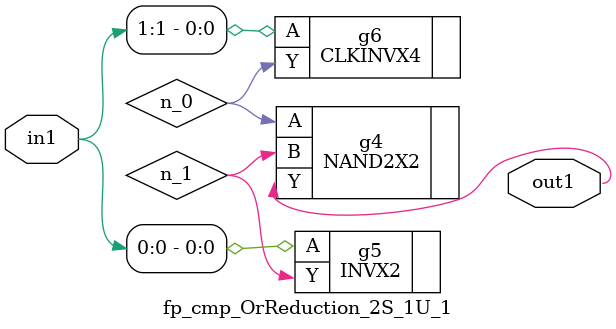
<source format=v>
`timescale 1ps / 1ps


module fp_cmp_OrReduction_2S_1U_1(in1, out1);
  input [1:0] in1;
  output out1;
  wire [1:0] in1;
  wire out1;
  wire n_0, n_1;
  NAND2X2 g4(.A (n_0), .B (n_1), .Y (out1));
  INVX2 g5(.A (in1[0]), .Y (n_1));
  CLKINVX4 g6(.A (in1[1]), .Y (n_0));
endmodule



</source>
